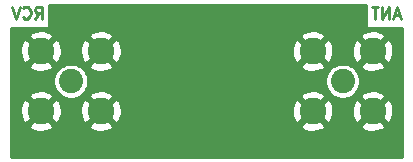
<source format=gbr>
G04 #@! TF.GenerationSoftware,KiCad,Pcbnew,5.1.5+dfsg1-2build2*
G04 #@! TF.CreationDate,2021-03-11T17:09:23+01:00*
G04 #@! TF.ProjectId,70cm_preamp,3730636d-5f70-4726-9561-6d702e6b6963,rev?*
G04 #@! TF.SameCoordinates,Original*
G04 #@! TF.FileFunction,Copper,L2,Bot*
G04 #@! TF.FilePolarity,Positive*
%FSLAX46Y46*%
G04 Gerber Fmt 4.6, Leading zero omitted, Abs format (unit mm)*
G04 Created by KiCad (PCBNEW 5.1.5+dfsg1-2build2) date 2021-03-11 17:09:23*
%MOMM*%
%LPD*%
G04 APERTURE LIST*
%ADD10C,0.250000*%
%ADD11C,2.250000*%
%ADD12C,2.050000*%
%ADD13C,0.800000*%
G04 APERTURE END LIST*
D10*
X44560119Y-31502380D02*
X44893452Y-31026190D01*
X45131547Y-31502380D02*
X45131547Y-30502380D01*
X44750595Y-30502380D01*
X44655357Y-30550000D01*
X44607738Y-30597619D01*
X44560119Y-30692857D01*
X44560119Y-30835714D01*
X44607738Y-30930952D01*
X44655357Y-30978571D01*
X44750595Y-31026190D01*
X45131547Y-31026190D01*
X43560119Y-31407142D02*
X43607738Y-31454761D01*
X43750595Y-31502380D01*
X43845833Y-31502380D01*
X43988690Y-31454761D01*
X44083928Y-31359523D01*
X44131547Y-31264285D01*
X44179166Y-31073809D01*
X44179166Y-30930952D01*
X44131547Y-30740476D01*
X44083928Y-30645238D01*
X43988690Y-30550000D01*
X43845833Y-30502380D01*
X43750595Y-30502380D01*
X43607738Y-30550000D01*
X43560119Y-30597619D01*
X43274404Y-30502380D02*
X42941071Y-31502380D01*
X42607738Y-30502380D01*
X75447023Y-31216666D02*
X74970833Y-31216666D01*
X75542261Y-31502380D02*
X75208928Y-30502380D01*
X74875595Y-31502380D01*
X74542261Y-31502380D02*
X74542261Y-30502380D01*
X73970833Y-31502380D01*
X73970833Y-30502380D01*
X73637500Y-30502380D02*
X73066071Y-30502380D01*
X73351785Y-31502380D02*
X73351785Y-30502380D01*
D11*
X68060000Y-34260000D03*
X73140000Y-34260000D03*
X73140000Y-39340000D03*
X68060000Y-39340000D03*
D12*
X70600000Y-36800000D03*
D11*
X45060000Y-39340000D03*
X45060000Y-34260000D03*
X50140000Y-34260000D03*
X50140000Y-39340000D03*
D12*
X47600000Y-36800000D03*
D13*
X54300000Y-35300000D03*
X53100000Y-35400000D03*
X53100000Y-38200000D03*
X54300000Y-38300000D03*
X57300000Y-35300000D03*
X57300000Y-38250000D03*
X62100000Y-37900000D03*
X62000000Y-35650000D03*
X63300000Y-35000000D03*
X63300000Y-38600000D03*
X59900000Y-38200000D03*
X59900000Y-35400000D03*
X58600000Y-38200000D03*
X51900000Y-38200000D03*
X51900000Y-35400000D03*
X55800000Y-37900000D03*
X54500000Y-39700000D03*
X57100000Y-39700000D03*
X55000000Y-41300000D03*
X56600000Y-41300000D03*
X61050000Y-38650000D03*
X61050000Y-34950000D03*
X55800000Y-35800000D03*
X58600000Y-35400000D03*
X64900000Y-38200000D03*
X64900000Y-35400000D03*
X66300000Y-35400000D03*
X66300000Y-38200000D03*
D10*
G36*
X72558333Y-32342500D02*
G01*
X75600000Y-32342500D01*
X75600001Y-43200000D01*
X42550000Y-43200000D01*
X42550000Y-40564761D01*
X44017672Y-40564761D01*
X44128809Y-40841142D01*
X44439560Y-40993964D01*
X44774153Y-41083226D01*
X45119733Y-41105496D01*
X45463016Y-41059919D01*
X45790812Y-40948246D01*
X45991191Y-40841142D01*
X46102328Y-40564761D01*
X49097672Y-40564761D01*
X49208809Y-40841142D01*
X49519560Y-40993964D01*
X49854153Y-41083226D01*
X50199733Y-41105496D01*
X50543016Y-41059919D01*
X50870812Y-40948246D01*
X51071191Y-40841142D01*
X51182328Y-40564761D01*
X67017672Y-40564761D01*
X67128809Y-40841142D01*
X67439560Y-40993964D01*
X67774153Y-41083226D01*
X68119733Y-41105496D01*
X68463016Y-41059919D01*
X68790812Y-40948246D01*
X68991191Y-40841142D01*
X69102328Y-40564761D01*
X72097672Y-40564761D01*
X72208809Y-40841142D01*
X72519560Y-40993964D01*
X72854153Y-41083226D01*
X73199733Y-41105496D01*
X73543016Y-41059919D01*
X73870812Y-40948246D01*
X74071191Y-40841142D01*
X74182328Y-40564761D01*
X73140000Y-39522434D01*
X72097672Y-40564761D01*
X69102328Y-40564761D01*
X68060000Y-39522434D01*
X67017672Y-40564761D01*
X51182328Y-40564761D01*
X50140000Y-39522434D01*
X49097672Y-40564761D01*
X46102328Y-40564761D01*
X45060000Y-39522434D01*
X44017672Y-40564761D01*
X42550000Y-40564761D01*
X42550000Y-39399733D01*
X43294504Y-39399733D01*
X43340081Y-39743016D01*
X43451754Y-40070812D01*
X43558858Y-40271191D01*
X43835239Y-40382328D01*
X44877566Y-39340000D01*
X45242434Y-39340000D01*
X46284761Y-40382328D01*
X46561142Y-40271191D01*
X46713964Y-39960440D01*
X46803226Y-39625847D01*
X46817797Y-39399733D01*
X48374504Y-39399733D01*
X48420081Y-39743016D01*
X48531754Y-40070812D01*
X48638858Y-40271191D01*
X48915239Y-40382328D01*
X49957566Y-39340000D01*
X50322434Y-39340000D01*
X51364761Y-40382328D01*
X51641142Y-40271191D01*
X51793964Y-39960440D01*
X51883226Y-39625847D01*
X51897797Y-39399733D01*
X66294504Y-39399733D01*
X66340081Y-39743016D01*
X66451754Y-40070812D01*
X66558858Y-40271191D01*
X66835239Y-40382328D01*
X67877566Y-39340000D01*
X68242434Y-39340000D01*
X69284761Y-40382328D01*
X69561142Y-40271191D01*
X69713964Y-39960440D01*
X69803226Y-39625847D01*
X69817797Y-39399733D01*
X71374504Y-39399733D01*
X71420081Y-39743016D01*
X71531754Y-40070812D01*
X71638858Y-40271191D01*
X71915239Y-40382328D01*
X72957566Y-39340000D01*
X73322434Y-39340000D01*
X74364761Y-40382328D01*
X74641142Y-40271191D01*
X74793964Y-39960440D01*
X74883226Y-39625847D01*
X74905496Y-39280267D01*
X74859919Y-38936984D01*
X74748246Y-38609188D01*
X74641142Y-38408809D01*
X74364761Y-38297672D01*
X73322434Y-39340000D01*
X72957566Y-39340000D01*
X71915239Y-38297672D01*
X71638858Y-38408809D01*
X71486036Y-38719560D01*
X71396774Y-39054153D01*
X71374504Y-39399733D01*
X69817797Y-39399733D01*
X69825496Y-39280267D01*
X69779919Y-38936984D01*
X69668246Y-38609188D01*
X69561142Y-38408809D01*
X69284761Y-38297672D01*
X68242434Y-39340000D01*
X67877566Y-39340000D01*
X66835239Y-38297672D01*
X66558858Y-38408809D01*
X66406036Y-38719560D01*
X66316774Y-39054153D01*
X66294504Y-39399733D01*
X51897797Y-39399733D01*
X51905496Y-39280267D01*
X51859919Y-38936984D01*
X51748246Y-38609188D01*
X51641142Y-38408809D01*
X51364761Y-38297672D01*
X50322434Y-39340000D01*
X49957566Y-39340000D01*
X48915239Y-38297672D01*
X48638858Y-38408809D01*
X48486036Y-38719560D01*
X48396774Y-39054153D01*
X48374504Y-39399733D01*
X46817797Y-39399733D01*
X46825496Y-39280267D01*
X46779919Y-38936984D01*
X46668246Y-38609188D01*
X46561142Y-38408809D01*
X46284761Y-38297672D01*
X45242434Y-39340000D01*
X44877566Y-39340000D01*
X43835239Y-38297672D01*
X43558858Y-38408809D01*
X43406036Y-38719560D01*
X43316774Y-39054153D01*
X43294504Y-39399733D01*
X42550000Y-39399733D01*
X42550000Y-38115239D01*
X44017672Y-38115239D01*
X45060000Y-39157566D01*
X46102328Y-38115239D01*
X45991191Y-37838858D01*
X45680440Y-37686036D01*
X45345847Y-37596774D01*
X45000267Y-37574504D01*
X44656984Y-37620081D01*
X44329188Y-37731754D01*
X44128809Y-37838858D01*
X44017672Y-38115239D01*
X42550000Y-38115239D01*
X42550000Y-36654233D01*
X46120000Y-36654233D01*
X46120000Y-36945767D01*
X46176876Y-37231700D01*
X46288441Y-37501043D01*
X46450409Y-37743445D01*
X46656555Y-37949591D01*
X46898957Y-38111559D01*
X47168300Y-38223124D01*
X47454233Y-38280000D01*
X47745767Y-38280000D01*
X48031700Y-38223124D01*
X48292158Y-38115239D01*
X49097672Y-38115239D01*
X50140000Y-39157566D01*
X51182328Y-38115239D01*
X67017672Y-38115239D01*
X68060000Y-39157566D01*
X69102328Y-38115239D01*
X68991191Y-37838858D01*
X68680440Y-37686036D01*
X68345847Y-37596774D01*
X68000267Y-37574504D01*
X67656984Y-37620081D01*
X67329188Y-37731754D01*
X67128809Y-37838858D01*
X67017672Y-38115239D01*
X51182328Y-38115239D01*
X51071191Y-37838858D01*
X50760440Y-37686036D01*
X50425847Y-37596774D01*
X50080267Y-37574504D01*
X49736984Y-37620081D01*
X49409188Y-37731754D01*
X49208809Y-37838858D01*
X49097672Y-38115239D01*
X48292158Y-38115239D01*
X48301043Y-38111559D01*
X48543445Y-37949591D01*
X48749591Y-37743445D01*
X48911559Y-37501043D01*
X49023124Y-37231700D01*
X49080000Y-36945767D01*
X49080000Y-36654233D01*
X69120000Y-36654233D01*
X69120000Y-36945767D01*
X69176876Y-37231700D01*
X69288441Y-37501043D01*
X69450409Y-37743445D01*
X69656555Y-37949591D01*
X69898957Y-38111559D01*
X70168300Y-38223124D01*
X70454233Y-38280000D01*
X70745767Y-38280000D01*
X71031700Y-38223124D01*
X71292158Y-38115239D01*
X72097672Y-38115239D01*
X73140000Y-39157566D01*
X74182328Y-38115239D01*
X74071191Y-37838858D01*
X73760440Y-37686036D01*
X73425847Y-37596774D01*
X73080267Y-37574504D01*
X72736984Y-37620081D01*
X72409188Y-37731754D01*
X72208809Y-37838858D01*
X72097672Y-38115239D01*
X71292158Y-38115239D01*
X71301043Y-38111559D01*
X71543445Y-37949591D01*
X71749591Y-37743445D01*
X71911559Y-37501043D01*
X72023124Y-37231700D01*
X72080000Y-36945767D01*
X72080000Y-36654233D01*
X72023124Y-36368300D01*
X71911559Y-36098957D01*
X71749591Y-35856555D01*
X71543445Y-35650409D01*
X71301043Y-35488441D01*
X71292159Y-35484761D01*
X72097672Y-35484761D01*
X72208809Y-35761142D01*
X72519560Y-35913964D01*
X72854153Y-36003226D01*
X73199733Y-36025496D01*
X73543016Y-35979919D01*
X73870812Y-35868246D01*
X74071191Y-35761142D01*
X74182328Y-35484761D01*
X73140000Y-34442434D01*
X72097672Y-35484761D01*
X71292159Y-35484761D01*
X71031700Y-35376876D01*
X70745767Y-35320000D01*
X70454233Y-35320000D01*
X70168300Y-35376876D01*
X69898957Y-35488441D01*
X69656555Y-35650409D01*
X69450409Y-35856555D01*
X69288441Y-36098957D01*
X69176876Y-36368300D01*
X69120000Y-36654233D01*
X49080000Y-36654233D01*
X49023124Y-36368300D01*
X48911559Y-36098957D01*
X48749591Y-35856555D01*
X48543445Y-35650409D01*
X48301043Y-35488441D01*
X48292159Y-35484761D01*
X49097672Y-35484761D01*
X49208809Y-35761142D01*
X49519560Y-35913964D01*
X49854153Y-36003226D01*
X50199733Y-36025496D01*
X50543016Y-35979919D01*
X50870812Y-35868246D01*
X51071191Y-35761142D01*
X51182328Y-35484761D01*
X67017672Y-35484761D01*
X67128809Y-35761142D01*
X67439560Y-35913964D01*
X67774153Y-36003226D01*
X68119733Y-36025496D01*
X68463016Y-35979919D01*
X68790812Y-35868246D01*
X68991191Y-35761142D01*
X69102328Y-35484761D01*
X68060000Y-34442434D01*
X67017672Y-35484761D01*
X51182328Y-35484761D01*
X50140000Y-34442434D01*
X49097672Y-35484761D01*
X48292159Y-35484761D01*
X48031700Y-35376876D01*
X47745767Y-35320000D01*
X47454233Y-35320000D01*
X47168300Y-35376876D01*
X46898957Y-35488441D01*
X46656555Y-35650409D01*
X46450409Y-35856555D01*
X46288441Y-36098957D01*
X46176876Y-36368300D01*
X46120000Y-36654233D01*
X42550000Y-36654233D01*
X42550000Y-35484761D01*
X44017672Y-35484761D01*
X44128809Y-35761142D01*
X44439560Y-35913964D01*
X44774153Y-36003226D01*
X45119733Y-36025496D01*
X45463016Y-35979919D01*
X45790812Y-35868246D01*
X45991191Y-35761142D01*
X46102328Y-35484761D01*
X45060000Y-34442434D01*
X44017672Y-35484761D01*
X42550000Y-35484761D01*
X42550000Y-34319733D01*
X43294504Y-34319733D01*
X43340081Y-34663016D01*
X43451754Y-34990812D01*
X43558858Y-35191191D01*
X43835239Y-35302328D01*
X44877566Y-34260000D01*
X45242434Y-34260000D01*
X46284761Y-35302328D01*
X46561142Y-35191191D01*
X46713964Y-34880440D01*
X46803226Y-34545847D01*
X46817797Y-34319733D01*
X48374504Y-34319733D01*
X48420081Y-34663016D01*
X48531754Y-34990812D01*
X48638858Y-35191191D01*
X48915239Y-35302328D01*
X49957566Y-34260000D01*
X50322434Y-34260000D01*
X51364761Y-35302328D01*
X51641142Y-35191191D01*
X51793964Y-34880440D01*
X51883226Y-34545847D01*
X51897797Y-34319733D01*
X66294504Y-34319733D01*
X66340081Y-34663016D01*
X66451754Y-34990812D01*
X66558858Y-35191191D01*
X66835239Y-35302328D01*
X67877566Y-34260000D01*
X68242434Y-34260000D01*
X69284761Y-35302328D01*
X69561142Y-35191191D01*
X69713964Y-34880440D01*
X69803226Y-34545847D01*
X69817797Y-34319733D01*
X71374504Y-34319733D01*
X71420081Y-34663016D01*
X71531754Y-34990812D01*
X71638858Y-35191191D01*
X71915239Y-35302328D01*
X72957566Y-34260000D01*
X73322434Y-34260000D01*
X74364761Y-35302328D01*
X74641142Y-35191191D01*
X74793964Y-34880440D01*
X74883226Y-34545847D01*
X74905496Y-34200267D01*
X74859919Y-33856984D01*
X74748246Y-33529188D01*
X74641142Y-33328809D01*
X74364761Y-33217672D01*
X73322434Y-34260000D01*
X72957566Y-34260000D01*
X71915239Y-33217672D01*
X71638858Y-33328809D01*
X71486036Y-33639560D01*
X71396774Y-33974153D01*
X71374504Y-34319733D01*
X69817797Y-34319733D01*
X69825496Y-34200267D01*
X69779919Y-33856984D01*
X69668246Y-33529188D01*
X69561142Y-33328809D01*
X69284761Y-33217672D01*
X68242434Y-34260000D01*
X67877566Y-34260000D01*
X66835239Y-33217672D01*
X66558858Y-33328809D01*
X66406036Y-33639560D01*
X66316774Y-33974153D01*
X66294504Y-34319733D01*
X51897797Y-34319733D01*
X51905496Y-34200267D01*
X51859919Y-33856984D01*
X51748246Y-33529188D01*
X51641142Y-33328809D01*
X51364761Y-33217672D01*
X50322434Y-34260000D01*
X49957566Y-34260000D01*
X48915239Y-33217672D01*
X48638858Y-33328809D01*
X48486036Y-33639560D01*
X48396774Y-33974153D01*
X48374504Y-34319733D01*
X46817797Y-34319733D01*
X46825496Y-34200267D01*
X46779919Y-33856984D01*
X46668246Y-33529188D01*
X46561142Y-33328809D01*
X46284761Y-33217672D01*
X45242434Y-34260000D01*
X44877566Y-34260000D01*
X43835239Y-33217672D01*
X43558858Y-33328809D01*
X43406036Y-33639560D01*
X43316774Y-33974153D01*
X43294504Y-34319733D01*
X42550000Y-34319733D01*
X42550000Y-33035239D01*
X44017672Y-33035239D01*
X45060000Y-34077566D01*
X46102328Y-33035239D01*
X49097672Y-33035239D01*
X50140000Y-34077566D01*
X51182328Y-33035239D01*
X67017672Y-33035239D01*
X68060000Y-34077566D01*
X69102328Y-33035239D01*
X72097672Y-33035239D01*
X73140000Y-34077566D01*
X74182328Y-33035239D01*
X74071191Y-32758858D01*
X73760440Y-32606036D01*
X73425847Y-32516774D01*
X73080267Y-32494504D01*
X72736984Y-32540081D01*
X72409188Y-32651754D01*
X72208809Y-32758858D01*
X72097672Y-33035239D01*
X69102328Y-33035239D01*
X68991191Y-32758858D01*
X68680440Y-32606036D01*
X68345847Y-32516774D01*
X68000267Y-32494504D01*
X67656984Y-32540081D01*
X67329188Y-32651754D01*
X67128809Y-32758858D01*
X67017672Y-33035239D01*
X51182328Y-33035239D01*
X51071191Y-32758858D01*
X50760440Y-32606036D01*
X50425847Y-32516774D01*
X50080267Y-32494504D01*
X49736984Y-32540081D01*
X49409188Y-32651754D01*
X49208809Y-32758858D01*
X49097672Y-33035239D01*
X46102328Y-33035239D01*
X45991191Y-32758858D01*
X45680440Y-32606036D01*
X45345847Y-32516774D01*
X45000267Y-32494504D01*
X44656984Y-32540081D01*
X44329188Y-32651754D01*
X44128809Y-32758858D01*
X44017672Y-33035239D01*
X42550000Y-33035239D01*
X42550000Y-32342500D01*
X45782143Y-32342500D01*
X45782143Y-30400000D01*
X72558333Y-30400000D01*
X72558333Y-32342500D01*
G37*
X72558333Y-32342500D02*
X75600000Y-32342500D01*
X75600001Y-43200000D01*
X42550000Y-43200000D01*
X42550000Y-40564761D01*
X44017672Y-40564761D01*
X44128809Y-40841142D01*
X44439560Y-40993964D01*
X44774153Y-41083226D01*
X45119733Y-41105496D01*
X45463016Y-41059919D01*
X45790812Y-40948246D01*
X45991191Y-40841142D01*
X46102328Y-40564761D01*
X49097672Y-40564761D01*
X49208809Y-40841142D01*
X49519560Y-40993964D01*
X49854153Y-41083226D01*
X50199733Y-41105496D01*
X50543016Y-41059919D01*
X50870812Y-40948246D01*
X51071191Y-40841142D01*
X51182328Y-40564761D01*
X67017672Y-40564761D01*
X67128809Y-40841142D01*
X67439560Y-40993964D01*
X67774153Y-41083226D01*
X68119733Y-41105496D01*
X68463016Y-41059919D01*
X68790812Y-40948246D01*
X68991191Y-40841142D01*
X69102328Y-40564761D01*
X72097672Y-40564761D01*
X72208809Y-40841142D01*
X72519560Y-40993964D01*
X72854153Y-41083226D01*
X73199733Y-41105496D01*
X73543016Y-41059919D01*
X73870812Y-40948246D01*
X74071191Y-40841142D01*
X74182328Y-40564761D01*
X73140000Y-39522434D01*
X72097672Y-40564761D01*
X69102328Y-40564761D01*
X68060000Y-39522434D01*
X67017672Y-40564761D01*
X51182328Y-40564761D01*
X50140000Y-39522434D01*
X49097672Y-40564761D01*
X46102328Y-40564761D01*
X45060000Y-39522434D01*
X44017672Y-40564761D01*
X42550000Y-40564761D01*
X42550000Y-39399733D01*
X43294504Y-39399733D01*
X43340081Y-39743016D01*
X43451754Y-40070812D01*
X43558858Y-40271191D01*
X43835239Y-40382328D01*
X44877566Y-39340000D01*
X45242434Y-39340000D01*
X46284761Y-40382328D01*
X46561142Y-40271191D01*
X46713964Y-39960440D01*
X46803226Y-39625847D01*
X46817797Y-39399733D01*
X48374504Y-39399733D01*
X48420081Y-39743016D01*
X48531754Y-40070812D01*
X48638858Y-40271191D01*
X48915239Y-40382328D01*
X49957566Y-39340000D01*
X50322434Y-39340000D01*
X51364761Y-40382328D01*
X51641142Y-40271191D01*
X51793964Y-39960440D01*
X51883226Y-39625847D01*
X51897797Y-39399733D01*
X66294504Y-39399733D01*
X66340081Y-39743016D01*
X66451754Y-40070812D01*
X66558858Y-40271191D01*
X66835239Y-40382328D01*
X67877566Y-39340000D01*
X68242434Y-39340000D01*
X69284761Y-40382328D01*
X69561142Y-40271191D01*
X69713964Y-39960440D01*
X69803226Y-39625847D01*
X69817797Y-39399733D01*
X71374504Y-39399733D01*
X71420081Y-39743016D01*
X71531754Y-40070812D01*
X71638858Y-40271191D01*
X71915239Y-40382328D01*
X72957566Y-39340000D01*
X73322434Y-39340000D01*
X74364761Y-40382328D01*
X74641142Y-40271191D01*
X74793964Y-39960440D01*
X74883226Y-39625847D01*
X74905496Y-39280267D01*
X74859919Y-38936984D01*
X74748246Y-38609188D01*
X74641142Y-38408809D01*
X74364761Y-38297672D01*
X73322434Y-39340000D01*
X72957566Y-39340000D01*
X71915239Y-38297672D01*
X71638858Y-38408809D01*
X71486036Y-38719560D01*
X71396774Y-39054153D01*
X71374504Y-39399733D01*
X69817797Y-39399733D01*
X69825496Y-39280267D01*
X69779919Y-38936984D01*
X69668246Y-38609188D01*
X69561142Y-38408809D01*
X69284761Y-38297672D01*
X68242434Y-39340000D01*
X67877566Y-39340000D01*
X66835239Y-38297672D01*
X66558858Y-38408809D01*
X66406036Y-38719560D01*
X66316774Y-39054153D01*
X66294504Y-39399733D01*
X51897797Y-39399733D01*
X51905496Y-39280267D01*
X51859919Y-38936984D01*
X51748246Y-38609188D01*
X51641142Y-38408809D01*
X51364761Y-38297672D01*
X50322434Y-39340000D01*
X49957566Y-39340000D01*
X48915239Y-38297672D01*
X48638858Y-38408809D01*
X48486036Y-38719560D01*
X48396774Y-39054153D01*
X48374504Y-39399733D01*
X46817797Y-39399733D01*
X46825496Y-39280267D01*
X46779919Y-38936984D01*
X46668246Y-38609188D01*
X46561142Y-38408809D01*
X46284761Y-38297672D01*
X45242434Y-39340000D01*
X44877566Y-39340000D01*
X43835239Y-38297672D01*
X43558858Y-38408809D01*
X43406036Y-38719560D01*
X43316774Y-39054153D01*
X43294504Y-39399733D01*
X42550000Y-39399733D01*
X42550000Y-38115239D01*
X44017672Y-38115239D01*
X45060000Y-39157566D01*
X46102328Y-38115239D01*
X45991191Y-37838858D01*
X45680440Y-37686036D01*
X45345847Y-37596774D01*
X45000267Y-37574504D01*
X44656984Y-37620081D01*
X44329188Y-37731754D01*
X44128809Y-37838858D01*
X44017672Y-38115239D01*
X42550000Y-38115239D01*
X42550000Y-36654233D01*
X46120000Y-36654233D01*
X46120000Y-36945767D01*
X46176876Y-37231700D01*
X46288441Y-37501043D01*
X46450409Y-37743445D01*
X46656555Y-37949591D01*
X46898957Y-38111559D01*
X47168300Y-38223124D01*
X47454233Y-38280000D01*
X47745767Y-38280000D01*
X48031700Y-38223124D01*
X48292158Y-38115239D01*
X49097672Y-38115239D01*
X50140000Y-39157566D01*
X51182328Y-38115239D01*
X67017672Y-38115239D01*
X68060000Y-39157566D01*
X69102328Y-38115239D01*
X68991191Y-37838858D01*
X68680440Y-37686036D01*
X68345847Y-37596774D01*
X68000267Y-37574504D01*
X67656984Y-37620081D01*
X67329188Y-37731754D01*
X67128809Y-37838858D01*
X67017672Y-38115239D01*
X51182328Y-38115239D01*
X51071191Y-37838858D01*
X50760440Y-37686036D01*
X50425847Y-37596774D01*
X50080267Y-37574504D01*
X49736984Y-37620081D01*
X49409188Y-37731754D01*
X49208809Y-37838858D01*
X49097672Y-38115239D01*
X48292158Y-38115239D01*
X48301043Y-38111559D01*
X48543445Y-37949591D01*
X48749591Y-37743445D01*
X48911559Y-37501043D01*
X49023124Y-37231700D01*
X49080000Y-36945767D01*
X49080000Y-36654233D01*
X69120000Y-36654233D01*
X69120000Y-36945767D01*
X69176876Y-37231700D01*
X69288441Y-37501043D01*
X69450409Y-37743445D01*
X69656555Y-37949591D01*
X69898957Y-38111559D01*
X70168300Y-38223124D01*
X70454233Y-38280000D01*
X70745767Y-38280000D01*
X71031700Y-38223124D01*
X71292158Y-38115239D01*
X72097672Y-38115239D01*
X73140000Y-39157566D01*
X74182328Y-38115239D01*
X74071191Y-37838858D01*
X73760440Y-37686036D01*
X73425847Y-37596774D01*
X73080267Y-37574504D01*
X72736984Y-37620081D01*
X72409188Y-37731754D01*
X72208809Y-37838858D01*
X72097672Y-38115239D01*
X71292158Y-38115239D01*
X71301043Y-38111559D01*
X71543445Y-37949591D01*
X71749591Y-37743445D01*
X71911559Y-37501043D01*
X72023124Y-37231700D01*
X72080000Y-36945767D01*
X72080000Y-36654233D01*
X72023124Y-36368300D01*
X71911559Y-36098957D01*
X71749591Y-35856555D01*
X71543445Y-35650409D01*
X71301043Y-35488441D01*
X71292159Y-35484761D01*
X72097672Y-35484761D01*
X72208809Y-35761142D01*
X72519560Y-35913964D01*
X72854153Y-36003226D01*
X73199733Y-36025496D01*
X73543016Y-35979919D01*
X73870812Y-35868246D01*
X74071191Y-35761142D01*
X74182328Y-35484761D01*
X73140000Y-34442434D01*
X72097672Y-35484761D01*
X71292159Y-35484761D01*
X71031700Y-35376876D01*
X70745767Y-35320000D01*
X70454233Y-35320000D01*
X70168300Y-35376876D01*
X69898957Y-35488441D01*
X69656555Y-35650409D01*
X69450409Y-35856555D01*
X69288441Y-36098957D01*
X69176876Y-36368300D01*
X69120000Y-36654233D01*
X49080000Y-36654233D01*
X49023124Y-36368300D01*
X48911559Y-36098957D01*
X48749591Y-35856555D01*
X48543445Y-35650409D01*
X48301043Y-35488441D01*
X48292159Y-35484761D01*
X49097672Y-35484761D01*
X49208809Y-35761142D01*
X49519560Y-35913964D01*
X49854153Y-36003226D01*
X50199733Y-36025496D01*
X50543016Y-35979919D01*
X50870812Y-35868246D01*
X51071191Y-35761142D01*
X51182328Y-35484761D01*
X67017672Y-35484761D01*
X67128809Y-35761142D01*
X67439560Y-35913964D01*
X67774153Y-36003226D01*
X68119733Y-36025496D01*
X68463016Y-35979919D01*
X68790812Y-35868246D01*
X68991191Y-35761142D01*
X69102328Y-35484761D01*
X68060000Y-34442434D01*
X67017672Y-35484761D01*
X51182328Y-35484761D01*
X50140000Y-34442434D01*
X49097672Y-35484761D01*
X48292159Y-35484761D01*
X48031700Y-35376876D01*
X47745767Y-35320000D01*
X47454233Y-35320000D01*
X47168300Y-35376876D01*
X46898957Y-35488441D01*
X46656555Y-35650409D01*
X46450409Y-35856555D01*
X46288441Y-36098957D01*
X46176876Y-36368300D01*
X46120000Y-36654233D01*
X42550000Y-36654233D01*
X42550000Y-35484761D01*
X44017672Y-35484761D01*
X44128809Y-35761142D01*
X44439560Y-35913964D01*
X44774153Y-36003226D01*
X45119733Y-36025496D01*
X45463016Y-35979919D01*
X45790812Y-35868246D01*
X45991191Y-35761142D01*
X46102328Y-35484761D01*
X45060000Y-34442434D01*
X44017672Y-35484761D01*
X42550000Y-35484761D01*
X42550000Y-34319733D01*
X43294504Y-34319733D01*
X43340081Y-34663016D01*
X43451754Y-34990812D01*
X43558858Y-35191191D01*
X43835239Y-35302328D01*
X44877566Y-34260000D01*
X45242434Y-34260000D01*
X46284761Y-35302328D01*
X46561142Y-35191191D01*
X46713964Y-34880440D01*
X46803226Y-34545847D01*
X46817797Y-34319733D01*
X48374504Y-34319733D01*
X48420081Y-34663016D01*
X48531754Y-34990812D01*
X48638858Y-35191191D01*
X48915239Y-35302328D01*
X49957566Y-34260000D01*
X50322434Y-34260000D01*
X51364761Y-35302328D01*
X51641142Y-35191191D01*
X51793964Y-34880440D01*
X51883226Y-34545847D01*
X51897797Y-34319733D01*
X66294504Y-34319733D01*
X66340081Y-34663016D01*
X66451754Y-34990812D01*
X66558858Y-35191191D01*
X66835239Y-35302328D01*
X67877566Y-34260000D01*
X68242434Y-34260000D01*
X69284761Y-35302328D01*
X69561142Y-35191191D01*
X69713964Y-34880440D01*
X69803226Y-34545847D01*
X69817797Y-34319733D01*
X71374504Y-34319733D01*
X71420081Y-34663016D01*
X71531754Y-34990812D01*
X71638858Y-35191191D01*
X71915239Y-35302328D01*
X72957566Y-34260000D01*
X73322434Y-34260000D01*
X74364761Y-35302328D01*
X74641142Y-35191191D01*
X74793964Y-34880440D01*
X74883226Y-34545847D01*
X74905496Y-34200267D01*
X74859919Y-33856984D01*
X74748246Y-33529188D01*
X74641142Y-33328809D01*
X74364761Y-33217672D01*
X73322434Y-34260000D01*
X72957566Y-34260000D01*
X71915239Y-33217672D01*
X71638858Y-33328809D01*
X71486036Y-33639560D01*
X71396774Y-33974153D01*
X71374504Y-34319733D01*
X69817797Y-34319733D01*
X69825496Y-34200267D01*
X69779919Y-33856984D01*
X69668246Y-33529188D01*
X69561142Y-33328809D01*
X69284761Y-33217672D01*
X68242434Y-34260000D01*
X67877566Y-34260000D01*
X66835239Y-33217672D01*
X66558858Y-33328809D01*
X66406036Y-33639560D01*
X66316774Y-33974153D01*
X66294504Y-34319733D01*
X51897797Y-34319733D01*
X51905496Y-34200267D01*
X51859919Y-33856984D01*
X51748246Y-33529188D01*
X51641142Y-33328809D01*
X51364761Y-33217672D01*
X50322434Y-34260000D01*
X49957566Y-34260000D01*
X48915239Y-33217672D01*
X48638858Y-33328809D01*
X48486036Y-33639560D01*
X48396774Y-33974153D01*
X48374504Y-34319733D01*
X46817797Y-34319733D01*
X46825496Y-34200267D01*
X46779919Y-33856984D01*
X46668246Y-33529188D01*
X46561142Y-33328809D01*
X46284761Y-33217672D01*
X45242434Y-34260000D01*
X44877566Y-34260000D01*
X43835239Y-33217672D01*
X43558858Y-33328809D01*
X43406036Y-33639560D01*
X43316774Y-33974153D01*
X43294504Y-34319733D01*
X42550000Y-34319733D01*
X42550000Y-33035239D01*
X44017672Y-33035239D01*
X45060000Y-34077566D01*
X46102328Y-33035239D01*
X49097672Y-33035239D01*
X50140000Y-34077566D01*
X51182328Y-33035239D01*
X67017672Y-33035239D01*
X68060000Y-34077566D01*
X69102328Y-33035239D01*
X72097672Y-33035239D01*
X73140000Y-34077566D01*
X74182328Y-33035239D01*
X74071191Y-32758858D01*
X73760440Y-32606036D01*
X73425847Y-32516774D01*
X73080267Y-32494504D01*
X72736984Y-32540081D01*
X72409188Y-32651754D01*
X72208809Y-32758858D01*
X72097672Y-33035239D01*
X69102328Y-33035239D01*
X68991191Y-32758858D01*
X68680440Y-32606036D01*
X68345847Y-32516774D01*
X68000267Y-32494504D01*
X67656984Y-32540081D01*
X67329188Y-32651754D01*
X67128809Y-32758858D01*
X67017672Y-33035239D01*
X51182328Y-33035239D01*
X51071191Y-32758858D01*
X50760440Y-32606036D01*
X50425847Y-32516774D01*
X50080267Y-32494504D01*
X49736984Y-32540081D01*
X49409188Y-32651754D01*
X49208809Y-32758858D01*
X49097672Y-33035239D01*
X46102328Y-33035239D01*
X45991191Y-32758858D01*
X45680440Y-32606036D01*
X45345847Y-32516774D01*
X45000267Y-32494504D01*
X44656984Y-32540081D01*
X44329188Y-32651754D01*
X44128809Y-32758858D01*
X44017672Y-33035239D01*
X42550000Y-33035239D01*
X42550000Y-32342500D01*
X45782143Y-32342500D01*
X45782143Y-30400000D01*
X72558333Y-30400000D01*
X72558333Y-32342500D01*
M02*

</source>
